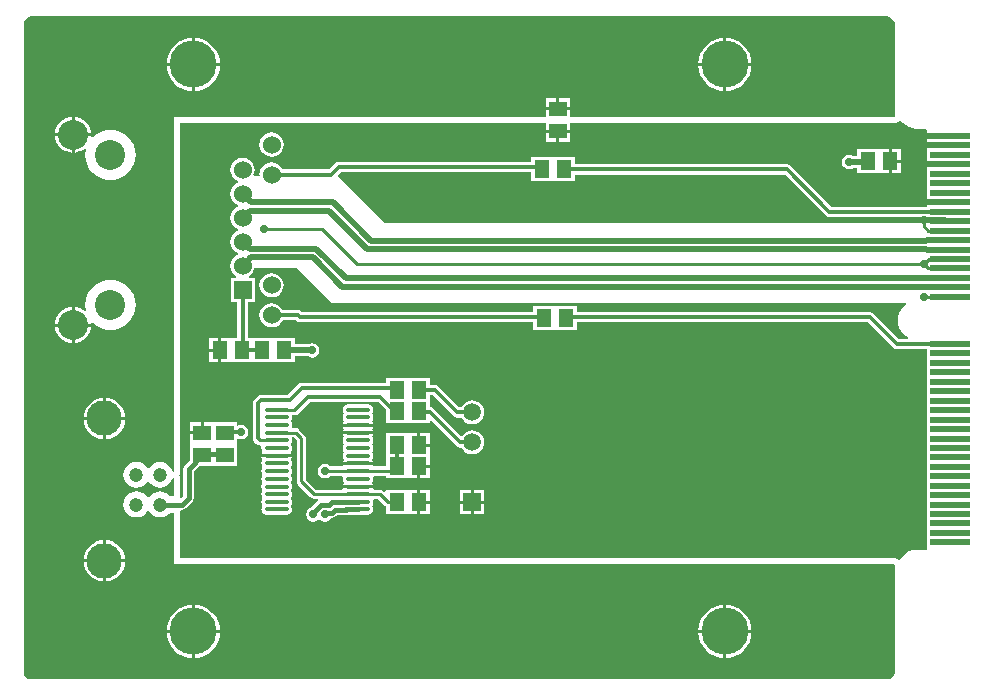
<source format=gtl>
G04 Layer_Physical_Order=1*
G04 Layer_Color=255*
%FSLAX23Y23*%
%MOIN*%
G70*
G01*
G75*
%ADD10O,0.083X0.014*%
%ADD11R,0.051X0.059*%
%ADD12R,0.059X0.051*%
%ADD13R,0.138X0.022*%
%ADD14C,0.014*%
%ADD15C,0.015*%
%ADD16C,0.010*%
%ADD17C,0.020*%
%ADD18C,0.020*%
%ADD19C,0.059*%
%ADD20R,0.059X0.059*%
%ADD21C,0.157*%
%ADD22C,0.060*%
%ADD23R,0.060X0.060*%
%ADD24C,0.100*%
%ADD25C,0.118*%
%ADD26C,0.047*%
%ADD27C,0.028*%
%ADD28C,0.079*%
G36*
X1717Y555D02*
X1788D01*
Y555D01*
X1792D01*
Y555D01*
X1863D01*
Y578D01*
X2563D01*
X2699Y442D01*
X2704Y438D01*
X2711Y437D01*
X3035D01*
Y428D01*
X3114D01*
Y418D01*
X3035D01*
Y415D01*
X1230D01*
X1074Y571D01*
X1073Y577D01*
X1082Y586D01*
X1717D01*
Y555D01*
D02*
G37*
G36*
X2950Y757D02*
X2956Y750D01*
X2965Y742D01*
X2976Y736D01*
X2988Y732D01*
X3000Y731D01*
Y731D01*
X3034D01*
X3035Y727D01*
X3035D01*
Y711D01*
X3114D01*
Y701D01*
X3035D01*
Y685D01*
Y680D01*
X3114D01*
Y670D01*
X3035D01*
Y654D01*
Y622D01*
Y617D01*
X3114D01*
Y607D01*
X3035D01*
Y591D01*
Y559D01*
Y528D01*
Y496D01*
Y491D01*
X3114D01*
Y481D01*
X3035D01*
Y471D01*
X2718D01*
X2582Y607D01*
X2577Y611D01*
X2570Y612D01*
X1863D01*
Y635D01*
X1792D01*
Y635D01*
X1788D01*
Y635D01*
X1717D01*
Y621D01*
X1075D01*
X1068Y619D01*
X1063Y616D01*
X1043Y596D01*
X888D01*
X887Y599D01*
X880Y607D01*
X872Y613D01*
X862Y617D01*
X852Y619D01*
X841Y617D01*
X832Y613D01*
X823Y607D01*
X817Y599D01*
X813Y589D01*
X811Y578D01*
X812Y576D01*
X808Y572D01*
X795D01*
X791Y577D01*
X794Y583D01*
X795Y594D01*
X794Y604D01*
X789Y614D01*
X783Y622D01*
X775Y628D01*
X765Y632D01*
X755Y634D01*
X744Y632D01*
X734Y628D01*
X726Y622D01*
X720Y614D01*
X716Y604D01*
X714Y594D01*
X716Y583D01*
X718Y577D01*
X720Y573D01*
X726Y565D01*
X734Y559D01*
X740Y556D01*
Y551D01*
X734Y549D01*
X726Y542D01*
X720Y534D01*
X716Y524D01*
X714Y514D01*
X716Y503D01*
X720Y493D01*
X726Y485D01*
X734Y479D01*
X740Y476D01*
Y471D01*
X734Y469D01*
X726Y462D01*
X720Y454D01*
X716Y444D01*
X714Y434D01*
X716Y423D01*
X720Y413D01*
X726Y405D01*
X734Y399D01*
X740Y396D01*
Y391D01*
X734Y389D01*
X726Y382D01*
X720Y374D01*
X716Y364D01*
X714Y354D01*
X716Y343D01*
X720Y334D01*
X726Y325D01*
X734Y319D01*
X740Y316D01*
Y311D01*
X734Y309D01*
X726Y302D01*
X720Y294D01*
X716Y284D01*
X714Y274D01*
X716Y263D01*
X720Y254D01*
X726Y245D01*
X734Y239D01*
X733Y234D01*
X715D01*
Y154D01*
X737D01*
Y32D01*
X720D01*
X719Y32D01*
X715D01*
X714Y32D01*
X684D01*
Y-8D01*
Y-48D01*
X714D01*
X715Y-48D01*
X719D01*
X720Y-48D01*
X854D01*
X855Y-48D01*
X859D01*
X860Y-48D01*
X930D01*
Y-28D01*
X974D01*
X978Y-30D01*
X987Y-32D01*
X996Y-30D01*
X1004Y-25D01*
X1009Y-17D01*
X1011Y-8D01*
X1009Y1D01*
X1004Y9D01*
X996Y14D01*
X987Y16D01*
X978Y14D01*
X974Y12D01*
X930D01*
Y32D01*
X860D01*
X859Y32D01*
X855D01*
X854Y32D01*
X772D01*
Y154D01*
X795D01*
Y234D01*
X776D01*
X775Y239D01*
X783Y245D01*
X789Y254D01*
X794Y263D01*
X794Y265D01*
X935Y265D01*
X1050Y150D01*
X2966D01*
X2967Y145D01*
X2965Y144D01*
X2956Y136D01*
X2948Y127D01*
X2942Y116D01*
X2939Y104D01*
X2938Y92D01*
X2939Y80D01*
X2942Y68D01*
X2948Y57D01*
X2956Y48D01*
X2965Y40D01*
X2974Y35D01*
X2973Y30D01*
X2943D01*
X2859Y114D01*
X2853Y118D01*
X2847Y119D01*
X1868D01*
Y140D01*
X1798D01*
X1797Y140D01*
X1793D01*
X1792Y140D01*
X1722D01*
Y119D01*
X954D01*
X952Y121D01*
X946Y125D01*
X940Y126D01*
X888D01*
X887Y129D01*
X880Y138D01*
X872Y144D01*
X862Y148D01*
X852Y149D01*
X841Y148D01*
X832Y144D01*
X823Y138D01*
X817Y129D01*
X813Y119D01*
X811Y109D01*
X813Y99D01*
X817Y89D01*
X823Y81D01*
X832Y74D01*
X841Y70D01*
X852Y69D01*
X862Y70D01*
X872Y74D01*
X880Y81D01*
X887Y89D01*
X888Y92D01*
X933D01*
X935Y90D01*
X940Y86D01*
X947Y85D01*
X1722D01*
Y60D01*
X1792D01*
X1793Y60D01*
X1797D01*
X1798Y60D01*
X1868D01*
Y85D01*
X2840D01*
X2923Y1D01*
X2929Y-3D01*
X2936Y-4D01*
X3035D01*
Y-39D01*
Y-71D01*
Y-102D01*
Y-134D01*
Y-165D01*
Y-197D01*
Y-228D01*
Y-260D01*
Y-291D01*
Y-323D01*
Y-354D01*
Y-386D01*
Y-417D01*
Y-449D01*
Y-480D01*
Y-512D01*
Y-543D01*
Y-574D01*
Y-606D01*
Y-637D01*
Y-669D01*
X3035D01*
X3034Y-673D01*
X3000D01*
X2995Y-674D01*
X2988Y-675D01*
X2976Y-678D01*
X2965Y-684D01*
X2956Y-692D01*
X2948Y-701D01*
X2946Y-705D01*
X2943Y-706D01*
X2940Y-705D01*
X2940Y-705D01*
X2938Y-704D01*
X2937Y-702D01*
X2935Y-702D01*
X2933Y-700D01*
X2931Y-700D01*
X2929Y-699D01*
X2927Y-699D01*
X2926Y-699D01*
X547D01*
Y-549D01*
X546Y-544D01*
X550Y-539D01*
X553D01*
X560Y-538D01*
X566Y-534D01*
X588Y-513D01*
X588Y-513D01*
X591Y-507D01*
X593Y-500D01*
X593Y-500D01*
Y-410D01*
X610Y-393D01*
X660D01*
Y-393D01*
X735D01*
Y-323D01*
X735Y-322D01*
Y-318D01*
X735Y-317D01*
Y-304D01*
X739Y-301D01*
X741Y-302D01*
X750Y-304D01*
X759Y-302D01*
X767Y-297D01*
X772Y-289D01*
X774Y-280D01*
X772Y-271D01*
X767Y-263D01*
X759Y-258D01*
X750Y-256D01*
X741Y-258D01*
X739Y-259D01*
X735Y-256D01*
Y-247D01*
X625D01*
Y-283D01*
X620D01*
Y-288D01*
X580D01*
Y-317D01*
X580Y-318D01*
Y-322D01*
X580Y-323D01*
Y-372D01*
X562Y-390D01*
X559Y-396D01*
X557Y-402D01*
Y-493D01*
X551Y-499D01*
X547Y-496D01*
X547Y-494D01*
Y-434D01*
X546Y-431D01*
X546Y-428D01*
X545Y-427D01*
X545Y-427D01*
X544Y-424D01*
X543Y-423D01*
X544Y-422D01*
X545Y-420D01*
X545Y-419D01*
X546Y-418D01*
X546Y-415D01*
X547Y-412D01*
Y572D01*
Y750D01*
X1765D01*
Y728D01*
X1805D01*
X1845D01*
Y750D01*
X2928D01*
X2929Y750D01*
X2931Y750D01*
X2933Y751D01*
X2936Y751D01*
X2937Y752D01*
X2938Y753D01*
X2940Y754D01*
X2942Y756D01*
X2943Y757D01*
X2943Y757D01*
X2944Y758D01*
X2946Y758D01*
X2950Y757D01*
D02*
G37*
G36*
X2913Y1104D02*
X2921Y1098D01*
X2926Y1090D01*
X2928Y1082D01*
X2928Y1080D01*
Y794D01*
X2928Y792D01*
X2929Y780D01*
X2931Y774D01*
X2928Y770D01*
X1845D01*
Y792D01*
X1805D01*
Y797D01*
D01*
Y792D01*
X1765D01*
Y770D01*
X527D01*
Y-412D01*
X522Y-412D01*
X522Y-412D01*
X517Y-401D01*
X510Y-392D01*
X501Y-385D01*
X491Y-381D01*
X480Y-380D01*
X468Y-381D01*
X458Y-385D01*
X449Y-392D01*
X443Y-399D01*
X443Y-400D01*
X438D01*
X437Y-399D01*
X432Y-392D01*
X423Y-385D01*
X412Y-381D01*
X401Y-380D01*
X390Y-381D01*
X379Y-385D01*
X370Y-392D01*
X363Y-401D01*
X359Y-412D01*
X357Y-423D01*
X359Y-435D01*
X363Y-445D01*
X370Y-454D01*
X379Y-461D01*
X390Y-465D01*
X401Y-467D01*
X412Y-465D01*
X423Y-461D01*
X432Y-454D01*
X437Y-447D01*
X438Y-447D01*
X443D01*
X443Y-447D01*
X449Y-454D01*
X458Y-461D01*
X468Y-465D01*
X480Y-467D01*
X491Y-465D01*
X501Y-461D01*
X510Y-454D01*
X517Y-445D01*
X522Y-435D01*
X522Y-434D01*
X527Y-434D01*
Y-494D01*
X513D01*
X510Y-491D01*
X501Y-484D01*
X491Y-479D01*
X480Y-478D01*
X468Y-479D01*
X458Y-484D01*
X449Y-491D01*
X443Y-498D01*
X443Y-498D01*
X438D01*
X437Y-498D01*
X432Y-491D01*
X423Y-484D01*
X412Y-479D01*
X401Y-478D01*
X390Y-479D01*
X379Y-484D01*
X370Y-491D01*
X363Y-500D01*
X359Y-510D01*
X357Y-522D01*
X359Y-533D01*
X363Y-543D01*
X370Y-553D01*
X379Y-559D01*
X390Y-564D01*
X401Y-565D01*
X412Y-564D01*
X423Y-559D01*
X432Y-553D01*
X437Y-545D01*
X438Y-545D01*
X443D01*
X443Y-545D01*
X449Y-553D01*
X458Y-559D01*
X468Y-564D01*
X480Y-565D01*
X491Y-564D01*
X501Y-559D01*
X510Y-553D01*
X513Y-549D01*
X527D01*
Y-719D01*
X2926D01*
X2929Y-724D01*
X2928Y-736D01*
X2928D01*
X2928Y-737D01*
Y-1080D01*
X2928Y-1082D01*
X2926Y-1090D01*
X2921Y-1098D01*
X2913Y-1104D01*
X2904Y-1105D01*
X2903Y-1105D01*
X50D01*
X49Y-1105D01*
X40Y-1104D01*
X32Y-1098D01*
X27Y-1090D01*
X25Y-1082D01*
X25Y-1080D01*
Y-986D01*
Y770D01*
Y1080D01*
X25Y1082D01*
X27Y1090D01*
X32Y1098D01*
X40Y1104D01*
X49Y1105D01*
X50Y1105D01*
X2903D01*
X2904Y1105D01*
X2913Y1104D01*
D02*
G37*
%LPC*%
G36*
X1378Y-400D02*
X1347D01*
Y-435D01*
X1378D01*
Y-400D01*
D02*
G37*
G36*
X1307Y-285D02*
X1303D01*
X1302Y-285D01*
X1232D01*
Y-365D01*
X1232D01*
Y-395D01*
X1193D01*
X1190Y-390D01*
X1190Y-390D01*
X1140D01*
X1089D01*
X1089Y-390D01*
X1086Y-395D01*
X1048D01*
X1047Y-393D01*
X1039Y-388D01*
X1029Y-386D01*
X1020Y-388D01*
X1012Y-393D01*
X1007Y-401D01*
X1005Y-410D01*
X1007Y-420D01*
X1012Y-428D01*
X1020Y-433D01*
X1029Y-435D01*
X1039Y-433D01*
X1047Y-428D01*
X1048Y-426D01*
X1086D01*
X1089Y-431D01*
X1088Y-436D01*
X1089Y-443D01*
X1091Y-445D01*
X1093Y-449D01*
X1091Y-453D01*
X1089Y-455D01*
X1089Y-457D01*
X1140D01*
X1190D01*
X1190Y-455D01*
X1188Y-453D01*
X1187Y-449D01*
X1188Y-445D01*
X1190Y-443D01*
X1191Y-436D01*
X1190Y-431D01*
X1193Y-426D01*
X1232D01*
Y-435D01*
X1302D01*
X1303Y-435D01*
X1307D01*
X1308Y-435D01*
X1337D01*
Y-395D01*
X1342D01*
Y-390D01*
X1378D01*
Y-365D01*
Y-330D01*
X1342D01*
Y-325D01*
X1337D01*
Y-285D01*
X1308D01*
X1307Y-285D01*
D02*
G37*
G36*
X1515Y-475D02*
X1480D01*
Y-510D01*
X1515D01*
Y-475D01*
D02*
G37*
G36*
X1560Y-520D02*
X1525D01*
Y-555D01*
X1560D01*
Y-520D01*
D02*
G37*
G36*
X1347Y-475D02*
Y-510D01*
X1378D01*
Y-475D01*
X1347D01*
D02*
G37*
G36*
X1560D02*
X1525D01*
Y-510D01*
X1560D01*
Y-475D01*
D02*
G37*
G36*
X1190Y-262D02*
X1140D01*
X1089D01*
X1089Y-263D01*
X1091Y-266D01*
X1093Y-270D01*
X1091Y-274D01*
X1089Y-276D01*
X1089Y-277D01*
X1140D01*
X1190D01*
X1190Y-276D01*
X1188Y-274D01*
X1187Y-270D01*
X1188Y-266D01*
X1190Y-263D01*
X1190Y-262D01*
D02*
G37*
G36*
X615Y-247D02*
X580D01*
Y-278D01*
X615D01*
Y-247D01*
D02*
G37*
G36*
X1174Y-188D02*
X1105D01*
X1099Y-190D01*
X1093Y-193D01*
X1089Y-199D01*
X1088Y-206D01*
X1089Y-212D01*
X1091Y-215D01*
X1093Y-218D01*
X1091Y-222D01*
X1089Y-225D01*
X1088Y-231D01*
X1089Y-238D01*
X1091Y-240D01*
X1093Y-244D01*
X1091Y-248D01*
X1089Y-250D01*
X1089Y-252D01*
X1140D01*
X1190D01*
X1190Y-250D01*
X1188Y-248D01*
X1187Y-244D01*
X1188Y-240D01*
X1190Y-238D01*
X1191Y-231D01*
X1190Y-225D01*
X1188Y-222D01*
X1187Y-218D01*
X1188Y-215D01*
X1190Y-212D01*
X1191Y-206D01*
X1190Y-199D01*
X1186Y-193D01*
X1181Y-190D01*
X1174Y-188D01*
D02*
G37*
G36*
X1307Y-100D02*
X1303D01*
X1302Y-100D01*
X1232D01*
Y-116D01*
X952D01*
X945Y-117D01*
X940Y-121D01*
X905Y-156D01*
X817D01*
X810Y-157D01*
X805Y-161D01*
X793Y-173D01*
X789Y-178D01*
X788Y-185D01*
Y-301D01*
X789Y-308D01*
X793Y-313D01*
X800Y-320D01*
X805Y-324D01*
X812Y-325D01*
X813Y-325D01*
X814Y-325D01*
X817Y-329D01*
X816Y-334D01*
X818Y-340D01*
X819Y-342D01*
X821Y-346D01*
X819Y-350D01*
X818Y-353D01*
X817Y-354D01*
X868D01*
X919D01*
X918Y-353D01*
X917Y-350D01*
X915Y-346D01*
X917Y-342D01*
X918Y-340D01*
X920Y-334D01*
X918Y-327D01*
X917Y-325D01*
X915Y-321D01*
X917Y-317D01*
X918Y-315D01*
X920Y-308D01*
X919Y-303D01*
X921Y-298D01*
X926D01*
X935Y-306D01*
Y-445D01*
X936Y-451D01*
X939Y-456D01*
X981Y-498D01*
X986Y-501D01*
X992Y-502D01*
X1007D01*
X1010Y-507D01*
X1010Y-507D01*
X1004Y-511D01*
X1004Y-511D01*
X983Y-532D01*
X981Y-533D01*
X973Y-538D01*
X968Y-546D01*
X966Y-555D01*
X968Y-564D01*
X973Y-572D01*
X981Y-577D01*
X990Y-579D01*
X999Y-577D01*
X1007Y-572D01*
X1008Y-572D01*
X1012D01*
X1013Y-572D01*
X1021Y-577D01*
X1030Y-579D01*
X1039Y-577D01*
X1047Y-572D01*
X1051Y-567D01*
X1054D01*
X1060Y-565D01*
X1066Y-561D01*
X1070Y-558D01*
X1099D01*
X1106Y-556D01*
X1106Y-556D01*
X1140D01*
X1143Y-556D01*
X1174D01*
X1181Y-554D01*
X1186Y-551D01*
X1190Y-545D01*
X1191Y-538D01*
X1190Y-532D01*
X1188Y-529D01*
X1187Y-526D01*
X1188Y-522D01*
X1190Y-519D01*
X1191Y-513D01*
X1190Y-507D01*
X1193Y-502D01*
X1207D01*
X1230Y-526D01*
X1232Y-527D01*
Y-555D01*
X1302D01*
X1303Y-555D01*
X1307D01*
X1308Y-555D01*
X1337D01*
Y-515D01*
Y-475D01*
X1308D01*
X1307Y-475D01*
X1303D01*
X1302Y-475D01*
X1232D01*
Y-478D01*
X1227Y-480D01*
X1224Y-476D01*
X1219Y-473D01*
X1213Y-472D01*
X1193D01*
X1190Y-467D01*
X1190Y-467D01*
X1140D01*
X1089D01*
X1089Y-467D01*
X1086Y-472D01*
X998D01*
X965Y-439D01*
Y-300D01*
X964Y-294D01*
X961Y-289D01*
X943Y-272D01*
X938Y-268D01*
X932Y-267D01*
X921D01*
X919Y-262D01*
X920Y-257D01*
X918Y-250D01*
X915Y-245D01*
Y-243D01*
X918Y-238D01*
X920Y-231D01*
X919Y-226D01*
X919Y-225D01*
X923Y-222D01*
X929Y-223D01*
X936Y-222D01*
X942Y-218D01*
X979Y-180D01*
X1207D01*
X1232Y-205D01*
Y-250D01*
X1302D01*
X1303Y-250D01*
X1307D01*
X1308Y-250D01*
X1378D01*
Y-244D01*
X1383Y-242D01*
X1468Y-327D01*
X1473Y-331D01*
X1480Y-332D01*
X1484D01*
X1485Y-335D01*
X1492Y-343D01*
X1500Y-350D01*
X1510Y-354D01*
X1520Y-355D01*
X1530Y-354D01*
X1540Y-350D01*
X1548Y-343D01*
X1555Y-335D01*
X1559Y-325D01*
X1560Y-315D01*
X1559Y-305D01*
X1555Y-295D01*
X1548Y-287D01*
X1540Y-280D01*
X1530Y-276D01*
X1520Y-275D01*
X1510Y-276D01*
X1500Y-280D01*
X1492Y-287D01*
X1488Y-292D01*
X1481Y-292D01*
X1390Y-201D01*
X1385Y-197D01*
X1378Y-196D01*
Y-157D01*
X1388D01*
X1458Y-227D01*
X1463Y-231D01*
X1470Y-232D01*
X1484D01*
X1485Y-235D01*
X1492Y-243D01*
X1500Y-250D01*
X1510Y-254D01*
X1520Y-255D01*
X1530Y-254D01*
X1540Y-250D01*
X1548Y-243D01*
X1555Y-235D01*
X1559Y-225D01*
X1560Y-215D01*
X1559Y-205D01*
X1555Y-195D01*
X1548Y-187D01*
X1540Y-180D01*
X1530Y-176D01*
X1520Y-175D01*
X1510Y-176D01*
X1500Y-180D01*
X1492Y-187D01*
X1485Y-195D01*
X1484Y-198D01*
X1477D01*
X1407Y-128D01*
X1402Y-124D01*
X1395Y-123D01*
X1378D01*
Y-100D01*
X1308D01*
X1307Y-100D01*
D02*
G37*
G36*
X1347Y-285D02*
Y-320D01*
X1378D01*
Y-285D01*
X1347D01*
D02*
G37*
G36*
X1190Y-287D02*
X1140D01*
X1089D01*
X1089Y-289D01*
X1091Y-291D01*
X1093Y-295D01*
X1091Y-299D01*
X1089Y-301D01*
X1088Y-308D01*
X1089Y-315D01*
X1091Y-317D01*
X1093Y-321D01*
X1091Y-325D01*
X1089Y-327D01*
X1088Y-334D01*
X1089Y-340D01*
X1091Y-342D01*
X1093Y-346D01*
X1091Y-350D01*
X1089Y-353D01*
X1088Y-359D01*
X1089Y-366D01*
X1091Y-368D01*
X1093Y-372D01*
X1091Y-376D01*
X1089Y-378D01*
X1089Y-380D01*
X1140D01*
X1190D01*
X1190Y-378D01*
X1188Y-376D01*
X1187Y-372D01*
X1188Y-368D01*
X1190Y-366D01*
X1191Y-359D01*
X1190Y-353D01*
X1188Y-350D01*
X1187Y-346D01*
X1188Y-342D01*
X1190Y-340D01*
X1191Y-334D01*
X1190Y-327D01*
X1188Y-325D01*
X1187Y-321D01*
X1188Y-317D01*
X1190Y-315D01*
X1191Y-308D01*
X1190Y-301D01*
X1188Y-299D01*
X1187Y-295D01*
X1188Y-291D01*
X1190Y-289D01*
X1190Y-287D01*
D02*
G37*
G36*
X919Y-364D02*
X868D01*
X817D01*
X818Y-366D01*
X819Y-368D01*
X821Y-372D01*
X819Y-376D01*
X818Y-378D01*
X816Y-385D01*
X818Y-391D01*
X819Y-394D01*
X821Y-398D01*
X819Y-402D01*
X818Y-404D01*
X816Y-410D01*
X818Y-417D01*
X819Y-419D01*
X821Y-423D01*
X819Y-427D01*
X818Y-429D01*
X816Y-436D01*
X818Y-443D01*
X819Y-445D01*
X821Y-449D01*
X819Y-453D01*
X818Y-455D01*
X816Y-462D01*
X818Y-468D01*
X819Y-470D01*
X821Y-474D01*
X819Y-478D01*
X818Y-481D01*
X816Y-487D01*
X818Y-494D01*
X819Y-496D01*
X821Y-500D01*
X819Y-504D01*
X818Y-506D01*
X816Y-513D01*
X818Y-519D01*
X819Y-522D01*
X821Y-526D01*
X819Y-529D01*
X818Y-532D01*
X816Y-538D01*
X818Y-545D01*
X821Y-551D01*
X827Y-554D01*
X834Y-556D01*
X902D01*
X909Y-554D01*
X915Y-551D01*
X918Y-545D01*
X920Y-538D01*
X918Y-532D01*
X917Y-529D01*
X915Y-526D01*
X917Y-522D01*
X918Y-519D01*
X920Y-513D01*
X918Y-506D01*
X917Y-504D01*
X915Y-500D01*
X917Y-496D01*
X918Y-494D01*
X920Y-487D01*
X918Y-481D01*
X917Y-478D01*
X915Y-474D01*
X917Y-470D01*
X918Y-468D01*
X920Y-462D01*
X918Y-455D01*
X917Y-453D01*
X915Y-449D01*
X917Y-445D01*
X918Y-443D01*
X920Y-436D01*
X918Y-429D01*
X917Y-427D01*
X915Y-423D01*
X917Y-419D01*
X918Y-417D01*
X920Y-410D01*
X918Y-404D01*
X917Y-402D01*
X915Y-398D01*
X917Y-394D01*
X918Y-391D01*
X920Y-385D01*
X918Y-378D01*
X917Y-376D01*
X915Y-372D01*
X917Y-368D01*
X918Y-366D01*
X919Y-364D01*
D02*
G37*
G36*
X1378Y-520D02*
X1347D01*
Y-555D01*
X1378D01*
Y-520D01*
D02*
G37*
G36*
X1515D02*
X1480D01*
Y-555D01*
X1515D01*
Y-520D01*
D02*
G37*
G36*
X1845Y718D02*
X1810D01*
Y687D01*
X1845D01*
Y718D01*
D02*
G37*
G36*
X1800D02*
X1765D01*
Y687D01*
X1800D01*
Y718D01*
D02*
G37*
G36*
X674Y32D02*
X644D01*
Y-3D01*
X674D01*
Y32D01*
D02*
G37*
G36*
Y-13D02*
X644D01*
Y-48D01*
X674D01*
Y-13D01*
D02*
G37*
G36*
X852Y719D02*
X841Y717D01*
X832Y713D01*
X823Y707D01*
X817Y699D01*
X813Y689D01*
X811Y678D01*
X813Y668D01*
X817Y658D01*
X823Y650D01*
X832Y643D01*
X841Y639D01*
X852Y638D01*
X862Y639D01*
X872Y643D01*
X880Y650D01*
X887Y658D01*
X891Y668D01*
X892Y678D01*
X891Y689D01*
X887Y699D01*
X880Y707D01*
X872Y713D01*
X862Y717D01*
X852Y719D01*
D02*
G37*
G36*
X2879Y662D02*
X2875D01*
X2874Y662D01*
X2804D01*
Y640D01*
X2789D01*
X2786Y642D01*
X2777Y644D01*
X2768Y642D01*
X2760Y637D01*
X2754Y629D01*
X2753Y619D01*
X2754Y610D01*
X2760Y602D01*
X2768Y597D01*
X2777Y595D01*
X2786Y597D01*
X2789Y599D01*
X2804D01*
Y582D01*
X2874D01*
X2875Y582D01*
X2879D01*
X2880Y582D01*
X2909D01*
Y622D01*
Y662D01*
X2880D01*
X2879Y662D01*
D02*
G37*
G36*
X2919Y662D02*
Y627D01*
X2950D01*
Y662D01*
X2919D01*
D02*
G37*
G36*
X852Y249D02*
X841Y248D01*
X832Y244D01*
X823Y238D01*
X817Y229D01*
X813Y219D01*
X811Y209D01*
X813Y199D01*
X817Y189D01*
X823Y181D01*
X832Y174D01*
X841Y170D01*
X852Y169D01*
X862Y170D01*
X872Y174D01*
X880Y181D01*
X887Y189D01*
X891Y199D01*
X892Y209D01*
X891Y219D01*
X887Y229D01*
X880Y238D01*
X872Y244D01*
X862Y248D01*
X852Y249D01*
D02*
G37*
G36*
X2950Y617D02*
X2919D01*
Y582D01*
X2950D01*
Y617D01*
D02*
G37*
G36*
X363Y-240D02*
X299D01*
Y-304D01*
X308Y-303D01*
X321Y-300D01*
X333Y-293D01*
X343Y-284D01*
X352Y-274D01*
X358Y-262D01*
X362Y-249D01*
X363Y-240D01*
D02*
G37*
G36*
X289D02*
X225D01*
X226Y-249D01*
X230Y-262D01*
X236Y-274D01*
X245Y-284D01*
X256Y-293D01*
X268Y-300D01*
X281Y-303D01*
X289Y-304D01*
Y-240D01*
D02*
G37*
G36*
X586Y-856D02*
X573Y-857D01*
X556Y-863D01*
X541Y-871D01*
X527Y-882D01*
X527Y-883D01*
D01*
X516Y-895D01*
X508Y-911D01*
X503Y-927D01*
X502Y-940D01*
X586D01*
Y-856D01*
D02*
G37*
G36*
X596D02*
Y-940D01*
X679D01*
X678Y-927D01*
X673Y-911D01*
X665Y-895D01*
X654Y-882D01*
X640Y-871D01*
X625Y-863D01*
X608Y-857D01*
X596Y-856D01*
D02*
G37*
G36*
X2357D02*
X2345Y-857D01*
X2328Y-863D01*
X2313Y-871D01*
X2299Y-882D01*
X2288Y-895D01*
X2280Y-911D01*
X2275Y-927D01*
X2274Y-940D01*
X2357D01*
Y-856D01*
D02*
G37*
G36*
X2451Y-950D02*
X2367D01*
Y-1034D01*
X2380Y-1032D01*
X2396Y-1027D01*
X2412Y-1019D01*
X2425Y-1008D01*
X2436Y-994D01*
X2445Y-979D01*
X2450Y-962D01*
X2451Y-950D01*
D02*
G37*
G36*
X586D02*
X502D01*
X503Y-962D01*
X508Y-979D01*
X516Y-994D01*
X527Y-1008D01*
X541Y-1019D01*
X556Y-1027D01*
X573Y-1032D01*
X586Y-1034D01*
Y-950D01*
D02*
G37*
G36*
X679D02*
X596D01*
Y-1034D01*
X608Y-1032D01*
X625Y-1027D01*
X640Y-1019D01*
X654Y-1008D01*
X665Y-994D01*
X673Y-979D01*
X678Y-962D01*
X679Y-950D01*
D02*
G37*
G36*
X2357D02*
X2274D01*
X2275Y-962D01*
X2280Y-979D01*
X2288Y-994D01*
X2299Y-1008D01*
X2313Y-1019D01*
X2328Y-1027D01*
X2345Y-1032D01*
X2357Y-1034D01*
Y-950D01*
D02*
G37*
G36*
X2367Y-856D02*
Y-940D01*
X2451D01*
X2450Y-927D01*
X2445Y-911D01*
X2436Y-895D01*
X2425Y-882D01*
X2412Y-871D01*
X2396Y-863D01*
X2380Y-857D01*
X2367Y-856D01*
D02*
G37*
G36*
X299Y-641D02*
Y-704D01*
X363D01*
X362Y-696D01*
X358Y-683D01*
X352Y-671D01*
X343Y-660D01*
X333Y-652D01*
X321Y-645D01*
X308Y-641D01*
X299Y-641D01*
D02*
G37*
G36*
X289Y-714D02*
X225D01*
X226Y-723D01*
X230Y-736D01*
X236Y-748D01*
X245Y-759D01*
X256Y-767D01*
X268Y-774D01*
X281Y-778D01*
X289Y-778D01*
Y-714D01*
D02*
G37*
G36*
X363D02*
X299D01*
Y-778D01*
X308Y-778D01*
X321Y-774D01*
X333Y-767D01*
X343Y-759D01*
X352Y-748D01*
X358Y-736D01*
X362Y-723D01*
X363Y-719D01*
X363Y-714D01*
D02*
G37*
G36*
X289Y-641D02*
X281Y-641D01*
X268Y-645D01*
X256Y-652D01*
X245Y-660D01*
X236Y-671D01*
X230Y-683D01*
X226Y-696D01*
X225Y-704D01*
X289D01*
Y-641D01*
D02*
G37*
G36*
X1800Y833D02*
X1765D01*
Y802D01*
X1800D01*
Y833D01*
D02*
G37*
G36*
X1845D02*
X1810D01*
Y802D01*
X1845D01*
Y833D01*
D02*
G37*
G36*
X586Y940D02*
X502D01*
X503Y927D01*
X508Y911D01*
X516Y895D01*
X527Y882D01*
X541Y871D01*
X556Y863D01*
X573Y857D01*
X586Y856D01*
Y940D01*
D02*
G37*
G36*
X195Y771D02*
Y716D01*
X249D01*
X249Y723D01*
X245Y734D01*
X240Y745D01*
X232Y754D01*
X223Y761D01*
X213Y767D01*
X201Y770D01*
X195Y771D01*
D02*
G37*
G36*
X314Y728D02*
X298Y726D01*
X282Y721D01*
X268Y714D01*
X255Y703D01*
X254Y702D01*
X249Y704D01*
X249Y706D01*
X195D01*
Y651D01*
X201Y652D01*
X213Y656D01*
X223Y661D01*
X228Y665D01*
X233Y662D01*
X232Y660D01*
X230Y644D01*
X232Y627D01*
X237Y612D01*
X244Y597D01*
X255Y584D01*
X268Y574D01*
X282Y566D01*
X298Y561D01*
X314Y560D01*
X331Y561D01*
X347Y566D01*
X361Y574D01*
X374Y584D01*
X384Y597D01*
X392Y612D01*
X397Y627D01*
X398Y644D01*
X397Y660D01*
X392Y676D01*
X384Y690D01*
X374Y703D01*
X361Y714D01*
X347Y721D01*
X331Y726D01*
X314Y728D01*
D02*
G37*
G36*
X185Y771D02*
X178Y770D01*
X167Y767D01*
X156Y761D01*
X147Y754D01*
X139Y745D01*
X134Y734D01*
X130Y723D01*
X130Y716D01*
X185D01*
Y771D01*
D02*
G37*
G36*
X596Y1034D02*
Y950D01*
X679D01*
X678Y962D01*
X673Y979D01*
X665Y994D01*
X654Y1008D01*
X640Y1019D01*
X625Y1027D01*
X608Y1032D01*
X596Y1034D01*
D02*
G37*
G36*
X2357D02*
X2345Y1032D01*
X2328Y1027D01*
X2313Y1019D01*
X2299Y1008D01*
X2288Y994D01*
X2280Y979D01*
X2275Y962D01*
X2274Y950D01*
X2357D01*
Y1034D01*
D02*
G37*
G36*
X2367D02*
Y950D01*
X2451D01*
X2450Y962D01*
X2445Y979D01*
X2436Y994D01*
X2425Y1008D01*
X2412Y1019D01*
X2396Y1027D01*
X2380Y1032D01*
X2367Y1034D01*
D02*
G37*
G36*
X586D02*
X573Y1032D01*
X556Y1027D01*
X541Y1019D01*
X527Y1008D01*
X527Y1007D01*
D01*
X516Y994D01*
X508Y979D01*
X503Y962D01*
X502Y950D01*
X586D01*
Y1034D01*
D02*
G37*
G36*
X679Y940D02*
X596D01*
Y856D01*
X608Y857D01*
X625Y863D01*
X640Y871D01*
X654Y882D01*
X665Y895D01*
X673Y911D01*
X678Y927D01*
X679Y940D01*
D02*
G37*
G36*
X2357D02*
X2274D01*
X2275Y927D01*
X2280Y911D01*
X2288Y895D01*
X2299Y882D01*
X2313Y871D01*
X2328Y863D01*
X2345Y857D01*
X2357Y856D01*
Y940D01*
D02*
G37*
G36*
X2451D02*
X2367D01*
Y856D01*
X2380Y857D01*
X2396Y863D01*
X2412Y871D01*
X2425Y882D01*
X2436Y895D01*
X2445Y911D01*
X2450Y927D01*
X2451Y940D01*
D02*
G37*
G36*
X185Y71D02*
X130D01*
X130Y64D01*
X134Y53D01*
X139Y43D01*
X147Y34D01*
X156Y26D01*
X167Y20D01*
X178Y17D01*
X185Y16D01*
Y71D01*
D02*
G37*
G36*
X249D02*
X195D01*
Y16D01*
X201Y17D01*
X213Y20D01*
X223Y26D01*
X232Y34D01*
X240Y43D01*
X245Y53D01*
X249Y64D01*
X249Y71D01*
D02*
G37*
G36*
X185Y136D02*
X178Y135D01*
X167Y132D01*
X156Y126D01*
X147Y119D01*
X139Y110D01*
X134Y99D01*
X130Y88D01*
X130Y81D01*
X185D01*
Y136D01*
D02*
G37*
G36*
X289Y-167D02*
X281Y-167D01*
X268Y-171D01*
X256Y-178D01*
X245Y-186D01*
X236Y-197D01*
X230Y-209D01*
X226Y-222D01*
X225Y-230D01*
X289D01*
Y-167D01*
D02*
G37*
G36*
X299D02*
Y-230D01*
X363D01*
X362Y-222D01*
X358Y-209D01*
X352Y-197D01*
X343Y-186D01*
X333Y-178D01*
X321Y-171D01*
X308Y-167D01*
X299Y-167D01*
D02*
G37*
G36*
X185Y706D02*
X130D01*
X130Y699D01*
X134Y688D01*
X139Y678D01*
X147Y669D01*
X156Y661D01*
X167Y656D01*
X178Y652D01*
X185Y651D01*
Y706D01*
D02*
G37*
G36*
X314Y228D02*
X298Y226D01*
X282Y221D01*
X268Y214D01*
X255Y203D01*
X244Y190D01*
X237Y176D01*
X232Y160D01*
X230Y144D01*
X232Y127D01*
X233Y125D01*
X228Y122D01*
X223Y126D01*
X213Y132D01*
X201Y135D01*
X195Y136D01*
Y81D01*
X249D01*
X249Y83D01*
X254Y85D01*
X255Y84D01*
X268Y74D01*
X282Y66D01*
X298Y61D01*
X314Y60D01*
X331Y61D01*
X347Y66D01*
X361Y74D01*
X374Y84D01*
X384Y97D01*
X392Y112D01*
X397Y127D01*
X398Y144D01*
X397Y160D01*
X392Y176D01*
X384Y190D01*
X374Y203D01*
X361Y214D01*
X347Y221D01*
X331Y226D01*
X314Y228D01*
D02*
G37*
%LPD*%
D10*
X1140Y-538D02*
D03*
Y-513D02*
D03*
Y-487D02*
D03*
Y-462D02*
D03*
Y-436D02*
D03*
Y-410D02*
D03*
Y-385D02*
D03*
Y-359D02*
D03*
Y-334D02*
D03*
Y-308D02*
D03*
Y-282D02*
D03*
Y-257D02*
D03*
Y-231D02*
D03*
Y-206D02*
D03*
X868Y-538D02*
D03*
Y-513D02*
D03*
Y-487D02*
D03*
Y-462D02*
D03*
Y-436D02*
D03*
Y-410D02*
D03*
Y-385D02*
D03*
Y-359D02*
D03*
Y-334D02*
D03*
Y-308D02*
D03*
Y-282D02*
D03*
Y-257D02*
D03*
Y-231D02*
D03*
Y-206D02*
D03*
D11*
X1268Y-325D02*
D03*
X1342D02*
D03*
X1268Y-140D02*
D03*
X1342D02*
D03*
X1268Y-210D02*
D03*
X1342D02*
D03*
X1268Y-515D02*
D03*
X1342D02*
D03*
X1268Y-395D02*
D03*
X1342D02*
D03*
X1753Y595D02*
D03*
X1827D02*
D03*
X1758Y100D02*
D03*
X1832D02*
D03*
X2839Y622D02*
D03*
X2914D02*
D03*
X754Y-8D02*
D03*
X679D02*
D03*
X819D02*
D03*
X894D02*
D03*
D12*
X1805Y797D02*
D03*
Y723D02*
D03*
X620Y-357D02*
D03*
Y-283D02*
D03*
X695Y-357D02*
D03*
Y-283D02*
D03*
D13*
X3114Y706D02*
D03*
Y675D02*
D03*
Y643D02*
D03*
Y612D02*
D03*
Y580D02*
D03*
Y549D02*
D03*
Y517D02*
D03*
Y486D02*
D03*
Y454D02*
D03*
Y423D02*
D03*
Y391D02*
D03*
Y360D02*
D03*
Y328D02*
D03*
Y297D02*
D03*
Y265D02*
D03*
Y234D02*
D03*
Y202D02*
D03*
Y171D02*
D03*
Y13D02*
D03*
Y-18D02*
D03*
Y-50D02*
D03*
Y-81D02*
D03*
Y-113D02*
D03*
Y-144D02*
D03*
Y-176D02*
D03*
Y-207D02*
D03*
Y-239D02*
D03*
Y-270D02*
D03*
Y-302D02*
D03*
Y-333D02*
D03*
Y-365D02*
D03*
Y-396D02*
D03*
Y-428D02*
D03*
Y-459D02*
D03*
Y-491D02*
D03*
Y-522D02*
D03*
Y-554D02*
D03*
Y-585D02*
D03*
Y-617D02*
D03*
Y-648D02*
D03*
D14*
X677Y-280D02*
X750D01*
X805Y-185D02*
X817Y-173D01*
X805Y-301D02*
Y-185D01*
Y-301D02*
X812Y-308D01*
X817Y-173D02*
X912D01*
X1378Y-213D02*
X1480Y-315D01*
X1520D01*
X1470Y-215D02*
X1520D01*
X1395Y-140D02*
X1470Y-215D01*
X1342Y-140D02*
X1395D01*
X952Y-133D02*
X1260D01*
X912Y-173D02*
X952Y-133D01*
X972Y-163D02*
X1214D01*
X929Y-206D02*
X972Y-163D01*
X1359Y-213D02*
X1378D01*
X1214Y-163D02*
X1264Y-213D01*
X2711Y454D02*
X3110D01*
X1827Y595D02*
X2570D01*
X2711Y454D01*
X1744Y604D02*
X1753Y595D01*
X754Y-8D02*
X755D01*
X819D01*
X2847Y102D02*
X2936Y13D01*
X1834Y102D02*
X2847D01*
X2936Y13D02*
X3110D01*
X1268Y-395D02*
X1268Y-395D01*
X1268Y-395D02*
Y-325D01*
Y-315D01*
X852Y578D02*
X1050D01*
X1075Y604D01*
X1744D01*
X852Y109D02*
X940D01*
X947Y102D01*
X1759D01*
X755Y-8D02*
Y194D01*
D15*
X1017Y-524D02*
X1043D01*
X990Y-551D02*
X1017Y-524D01*
X990Y-555D02*
Y-551D01*
X986Y-555D02*
X990D01*
X1099Y-540D02*
X1101Y-538D01*
X1140D01*
X1089Y-515D02*
X1091Y-513D01*
X1140D01*
X1052Y-515D02*
X1089D01*
X1030Y-555D02*
X1036Y-549D01*
X1054D01*
X1062Y-540D01*
X1099D01*
X1043Y-524D02*
X1052Y-515D01*
X575Y-402D02*
X620Y-357D01*
X575Y-500D02*
Y-402D01*
X553Y-522D02*
X575Y-500D01*
X480Y-522D02*
X553D01*
X622Y-355D02*
X702D01*
D16*
X992Y-487D02*
X1140D01*
Y-410D02*
X1252D01*
X950Y-445D02*
X992Y-487D01*
X1241Y-515D02*
X1268D01*
X1213Y-487D02*
X1241Y-515D01*
X1140Y-487D02*
X1213D01*
X950Y-445D02*
Y-300D01*
X932Y-282D02*
X950Y-300D01*
X868Y-282D02*
X932D01*
X868Y-206D02*
X929D01*
X812Y-308D02*
X868D01*
X1029Y-410D02*
X1140D01*
X1252D02*
X1268Y-395D01*
X3039Y391D02*
X3114D01*
X3025Y405D02*
X3039Y391D01*
X3025Y405D02*
Y425D01*
Y170D02*
X3109D01*
X3110Y171D01*
X3040Y265D02*
X3114D01*
X3025Y280D02*
X3040Y265D01*
X3042Y297D02*
X3114D01*
X3025Y280D02*
X3042Y297D01*
X1135Y280D02*
X3025D01*
X1135Y280D02*
X1135Y280D01*
X825Y395D02*
X1020D01*
X1135Y280D01*
D17*
X3025Y425D02*
X3096D01*
X3098Y423D01*
X3025Y486D02*
X3110D01*
X2987D02*
X3025D01*
X2988Y675D02*
X3098D01*
X2988Y612D02*
X3098D01*
X898Y-8D02*
X987D01*
X896Y-10D02*
X898Y-8D01*
X2777Y619D02*
X2837D01*
X2839Y622D01*
X2987Y706D02*
X2988Y705D01*
X2987Y706D02*
Y712D01*
X2993Y706D01*
X3098D01*
D18*
X1055Y485D02*
X1182Y358D01*
X1043Y457D02*
X1170Y330D01*
X783Y485D02*
X1055D01*
X755Y514D02*
X783Y485D01*
X778Y457D02*
X1043D01*
X755Y434D02*
X778Y457D01*
X1182Y358D02*
X3034D01*
X3035Y360D01*
X3114D01*
X3035Y328D02*
X3114D01*
X3034Y330D02*
X3035Y328D01*
X1170Y330D02*
X3034D01*
X1000Y330D02*
X1098Y232D01*
X988Y302D02*
X1086Y204D01*
X778Y330D02*
X1000D01*
X755Y354D02*
X778Y330D01*
X783Y302D02*
X988D01*
X755Y274D02*
X783Y302D01*
X1098Y232D02*
X3034D01*
X3035Y234D01*
X3114D01*
X3035Y202D02*
X3114D01*
X3034Y204D02*
X3035Y202D01*
X1086Y204D02*
X3034D01*
D19*
X1520Y-215D02*
D03*
Y-315D02*
D03*
D20*
Y-515D02*
D03*
D21*
X591Y-945D02*
D03*
X2362D02*
D03*
Y945D02*
D03*
X591D02*
D03*
D22*
X755Y594D02*
D03*
Y354D02*
D03*
Y274D02*
D03*
X852Y109D02*
D03*
Y209D02*
D03*
Y578D02*
D03*
Y678D02*
D03*
X755Y514D02*
D03*
Y434D02*
D03*
D23*
Y194D02*
D03*
D24*
X314Y144D02*
D03*
X190Y76D02*
D03*
Y711D02*
D03*
X314Y644D02*
D03*
D25*
X294Y-709D02*
D03*
Y-235D02*
D03*
D26*
X401Y-522D02*
D03*
X480D02*
D03*
X401Y-423D02*
D03*
X480D02*
D03*
D27*
X990Y-555D02*
D03*
X1030D02*
D03*
X2447Y652D02*
D03*
X1497D02*
D03*
X2047D02*
D03*
X1175Y650D02*
D03*
X2835Y-460D02*
D03*
X2445D02*
D03*
X2045Y-470D02*
D03*
X1060Y-270D02*
D03*
X1220Y-450D02*
D03*
X3025Y425D02*
D03*
Y486D02*
D03*
Y280D02*
D03*
Y170D02*
D03*
X2445Y450D02*
D03*
X1495D02*
D03*
X2045D02*
D03*
X2835Y135D02*
D03*
X2445D02*
D03*
X1175Y550D02*
D03*
X2045Y135D02*
D03*
X1495D02*
D03*
X1195D02*
D03*
X1497Y42D02*
D03*
X1197D02*
D03*
X2047D02*
D03*
X2045Y-270D02*
D03*
X1220D02*
D03*
X2047Y552D02*
D03*
X1497D02*
D03*
X2837D02*
D03*
X1029Y-410D02*
D03*
X597Y712D02*
D03*
X987Y-8D02*
D03*
X2988Y612D02*
D03*
X1060Y-450D02*
D03*
X1390D02*
D03*
X2777Y619D02*
D03*
X2987Y712D02*
D03*
X2047Y-68D02*
D03*
X2447Y42D02*
D03*
Y-68D02*
D03*
X2445Y-260D02*
D03*
X2447Y552D02*
D03*
X2835Y-260D02*
D03*
X2837Y-68D02*
D03*
Y42D02*
D03*
X750Y-280D02*
D03*
X825Y395D02*
D03*
D28*
X984Y-1063D02*
D03*
Y1063D02*
D03*
X1969D02*
D03*
X1476D02*
D03*
X1969Y-1063D02*
D03*
X1476D02*
D03*
M02*

</source>
